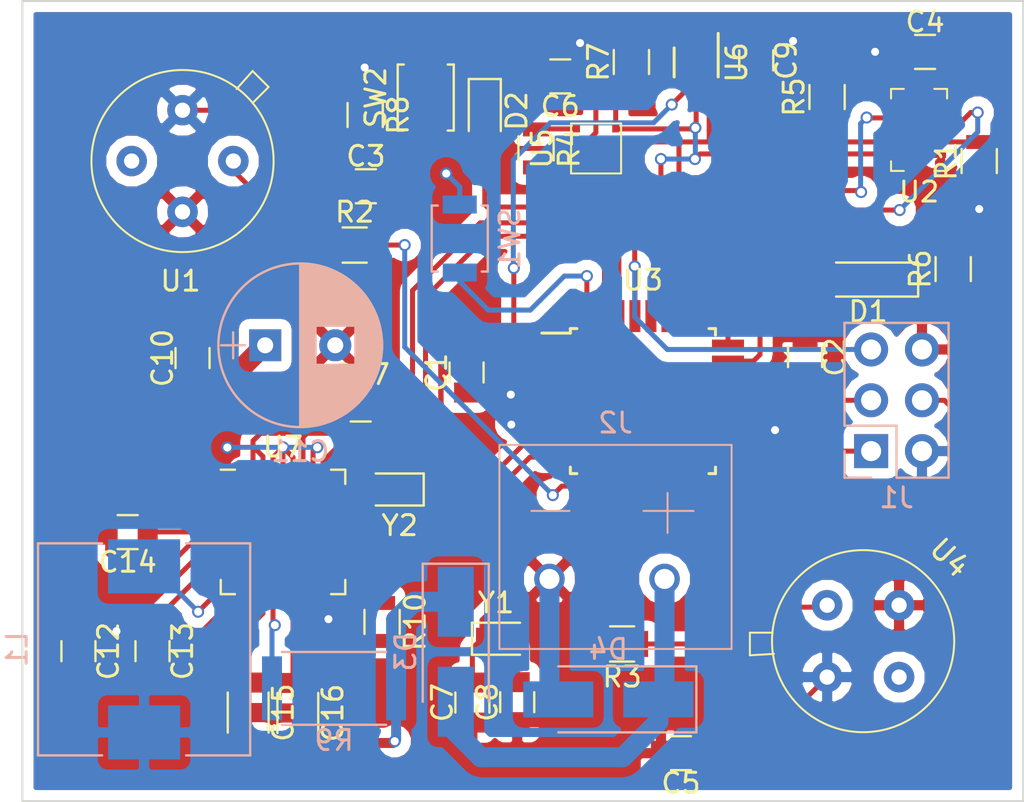
<source format=kicad_pcb>
(kicad_pcb (version 4) (host pcbnew 4.0.7)
  (title_block (title "Room Sensor") (company "Dennis Fleurbaaij"))
  (layers (0 F.Cu signal) (31 B.Cu signal) (34 B.Paste user) (35 F.Paste user) (36 B.SilkS user) (37 F.SilkS user) (38 B.Mask user) (39 F.Mask user) (44 Edge.Cuts user))
  (net 0 "")
  (net 1 +3V3)
  (net 2 GND)
  (net 3 "Net-(C2-Pad2)")
  (net 4 "Net-(C7-Pad2)")
  (net 5 "Net-(C8-Pad2)")
  (net 6 "Net-(C10-Pad1)")
  (net 7 "Net-(C14-Pad1)")
  (net 8 "Net-(C15-Pad1)")
  (net 9 "Net-(C15-Pad2)")
  (net 10 "Net-(C16-Pad1)")
  (net 11 "Net-(D1-Pad2)")
  (net 12 "Net-(D1-Pad1)")
  (net 13 /RST)
  (net 14 "Net-(D3-Pad2)")
  (net 15 /MISO)
  (net 16 /SCK)
  (net 17 /MOSI)
  (net 18 "Net-(L1-Pad1)")
  (net 19 "Net-(R1-Pad2)")
  (net 20 "Net-(R2-Pad1)")
  (net 21 /PD5)
  (net 22 "Net-(R3-Pad1)")
  (net 23 /PD6)
  (net 24 "Net-(R4-Pad1)")
  (net 25 /SDA)
  (net 26 /SCL)
  (net 27 "Net-(R9-Pad1)")
  (net 28 "Net-(SW1-Pad1)")
  (net 29 "Net-(U2-Pad4)")
  (net 30 "Net-(U2-Pad8)")
  (net 31 /PD3)
  (net 32 "Net-(U3-Pad12)")
  (net 33 "Net-(U3-Pad13)")
  (net 34 "Net-(U3-Pad14)")
  (net 35 "Net-(U3-Pad19)")
  (net 36 "Net-(U3-Pad22)")
  (net 37 "Net-(U3-Pad26)")
  (net 38 /RX)
  (net 39 /TX)
  (net 40 "Net-(U7-Pad1)")
  (net 41 "Net-(U7-Pad2)")
  (net 42 "Net-(U7-Pad3)")
  (net 43 "Net-(U7-Pad14)")
  (net 44 "Net-(U7-Pad19)")
  (net 45 "Net-(U7-Pad22)")
  (net 46 "Net-(U7-Pad23)")
  (net 47 "Net-(U7-Pad24)")
  (net 48 "Net-(U7-Pad26)")
  (net 49 "Net-(U7-Pad27)")
  (net 50 "Net-(C17-Pad1)")
  (net 51 "Net-(R10-Pad1)")
  (net 52 /PC2)
  (net 53 /PC1)
  (net 54 "Net-(U3-Pad2)")
  (net 55 "Net-(U3-Pad11)")
  (module Inductors_SMD:L_10.4x10.4_H4.8 (layer B.Cu) (at 155.08 122.41 270)
    (fp_text reference L1 (at 0 6.35 270) (layer B.SilkS) (effects (justify mirror)))
    (fp_text value 220uH)
    (pad 1 smd rect (at -4.15 0 270) (size 2.7 3.6) (layers B.Cu B.Paste B.Mask) (net 18 "Net-(L1-Pad1)"))
    (pad 2 smd rect (at 4.15 0 270) (size 2.7 3.6) (layers B.Cu B.Paste B.Mask) (net 1 +3V3))
  )
  (module Capacitors_THT:CP_Radial_D8.0mm_P3.50mm (layer B.Cu) (at 161.13 107.21)
    (fp_text reference C11 (at 1.75 5.31) (layer B.SilkS) (effects (justify mirror)))
    (fp_text value 330u/35V)
    (pad 1 thru_hole rect (at 0 0) (size 1.6 1.6) (drill 0.8) (layers *.Cu *.Mask) (net 6 "Net-(C10-Pad1)"))
    (pad 2 thru_hole circle (at 3.5 0) (size 1.6 1.6) (drill 0.8) (layers *.Cu *.Mask) (net 2 GND))
  )
  (module RoomSensor:Wago_243_5.75mm_knx (layer B.Cu) (at 178.63 117.29)
    (fp_text reference J2 (at 0 -6.2) (layer B.SilkS) (effects (justify mirror)))
    (fp_text value "KNX conn")
    (pad 1 thru_hole circle (at 2.45 1.6) (size 1.524 1.524) (drill 1) (layers *.Cu *.Mask) (net 14 "Net-(D3-Pad2)"))
    (pad 2 thru_hole circle (at -3.3 1.6) (size 1.524 1.524) (drill 1) (layers *.Cu *.Mask) (net 2 GND))
  )
  (module Housings_DFN_QFN:DFN-6-1EP_2x2mm_Pitch0.65mm (layer F.Cu) (at 182.66 93.07 270)
    (fp_text reference U6 (at 0 -2.025 270) (layer F.SilkS))
    (fp_text value MAX44009)
    (pad 1 smd rect (at -1.05 -0.65 270) (size 0.65 0.35) (layers F.Cu F.Paste F.Mask) (net 1 +3V3))
    (pad 2 smd rect (at -1.05 0 270) (size 0.65 0.35) (layers F.Cu F.Paste F.Mask) (net 2 GND))
    (pad 3 smd rect (at -1.05 0.65 270) (size 0.65 0.35) (layers F.Cu F.Paste F.Mask) (net 2 GND))
    (pad 4 smd rect (at 1.05 0.65 270) (size 0.65 0.35) (layers F.Cu F.Paste F.Mask) (net 31 /PD3))
    (pad 5 smd rect (at 1.05 0 270) (size 0.65 0.35) (layers F.Cu F.Paste F.Mask) (net 26 /SCL))
    (pad 6 smd rect (at 1.05 -0.65 270) (size 0.65 0.35) (layers F.Cu F.Paste F.Mask) (net 25 /SDA))
    (pad 7 smd rect (at 0 0.4 270) (size 1 0.8) (layers F.Cu F.Paste F.Mask))
    (pad 7 smd rect (at 0 -0.4 270) (size 1 0.8) (layers F.Cu F.Paste F.Mask))
  )
  (module Capacitors_SMD:C_0805 (layer F.Cu) (at 185.66 92.97 270)
    (fp_text reference C9 (at 0 -1.5 270) (layer F.SilkS))
    (fp_text value 1uF)
    (pad 1 smd rect (at -1 0 270) (size 1 1.25) (layers F.Cu F.Paste F.Mask) (net 1 +3V3))
    (pad 2 smd rect (at 1 0 270) (size 1 1.25) (layers F.Cu F.Paste F.Mask) (net 2 GND))
  )
  (module Capacitors_SMD:C_0805 (layer F.Cu) (at 171.19 108.57 90)
    (fp_text reference C1 (at 0 -1.5 90) (layer F.SilkS))
    (fp_text value 100nF)
    (pad 1 smd rect (at -1 0 90) (size 1 1.25) (layers F.Cu F.Paste F.Mask) (net 1 +3V3))
    (pad 2 smd rect (at 1 0 90) (size 1 1.25) (layers F.Cu F.Paste F.Mask) (net 2 GND))
  )
  (module Capacitors_SMD:C_0805 (layer F.Cu) (at 188.1 107.8 270)
    (fp_text reference C2 (at 0 -1.5 270) (layer F.SilkS))
    (fp_text value 100nF)
    (pad 1 smd rect (at -1 0 270) (size 1 1.25) (layers F.Cu F.Paste F.Mask) (net 2 GND))
    (pad 2 smd rect (at 1 0 270) (size 1 1.25) (layers F.Cu F.Paste F.Mask) (net 3 "Net-(C2-Pad2)"))
  )
  (module Capacitors_SMD:C_0805 (layer F.Cu) (at 166.16 99.26)
    (fp_text reference C3 (at 0 -1.5) (layer F.SilkS))
    (fp_text value 100nF)
    (pad 1 smd rect (at -1 0) (size 1 1.25) (layers F.Cu F.Paste F.Mask) (net 1 +3V3))
    (pad 2 smd rect (at 1 0) (size 1 1.25) (layers F.Cu F.Paste F.Mask) (net 2 GND))
  )
  (module Capacitors_SMD:C_0805 (layer F.Cu) (at 194.095 92.545)
    (fp_text reference C4 (at 0 -1.5) (layer F.SilkS))
    (fp_text value 4.7uF)
    (pad 1 smd rect (at -1 0) (size 1 1.25) (layers F.Cu F.Paste F.Mask) (net 1 +3V3))
    (pad 2 smd rect (at 1 0) (size 1 1.25) (layers F.Cu F.Paste F.Mask) (net 2 GND))
  )
  (module Capacitors_SMD:C_0805 (layer F.Cu) (at 181.9 127.6 180)
    (fp_text reference C5 (at 0 -1.5 180) (layer F.SilkS))
    (fp_text value 100nF)
    (pad 1 smd rect (at -1 0 180) (size 1 1.25) (layers F.Cu F.Paste F.Mask) (net 1 +3V3))
    (pad 2 smd rect (at 1 0 180) (size 1 1.25) (layers F.Cu F.Paste F.Mask) (net 2 GND))
  )
  (module Capacitors_SMD:C_0805 (layer F.Cu) (at 175.87 93.77 180)
    (fp_text reference C6 (at 0 -1.5 180) (layer F.SilkS))
    (fp_text value 100nF)
    (pad 1 smd rect (at -1 0 180) (size 1 1.25) (layers F.Cu F.Paste F.Mask) (net 1 +3V3))
    (pad 2 smd rect (at 1 0 180) (size 1 1.25) (layers F.Cu F.Paste F.Mask) (net 2 GND))
  )
  (module Capacitors_SMD:C_0805 (layer F.Cu) (at 171.48 125.07 90)
    (fp_text reference C7 (at 0 -1.5 90) (layer F.SilkS))
    (fp_text value 50nF)
    (pad 1 smd rect (at -1 0 90) (size 1 1.25) (layers F.Cu F.Paste F.Mask) (net 2 GND))
    (pad 2 smd rect (at 1 0 90) (size 1 1.25) (layers F.Cu F.Paste F.Mask) (net 4 "Net-(C7-Pad2)"))
  )
  (module Capacitors_SMD:C_0805 (layer F.Cu) (at 173.72 125.05 90)
    (fp_text reference C8 (at 0 -1.5 90) (layer F.SilkS))
    (fp_text value 50nF)
    (pad 1 smd rect (at -1 0 90) (size 1 1.25) (layers F.Cu F.Paste F.Mask) (net 2 GND))
    (pad 2 smd rect (at 1 0 90) (size 1 1.25) (layers F.Cu F.Paste F.Mask) (net 5 "Net-(C8-Pad2)"))
  )
  (module Capacitors_SMD:C_0805 (layer F.Cu) (at 157.5 107.85 90)
    (fp_text reference C10 (at 0 -1.5 90) (layer F.SilkS))
    (fp_text value 10nF)
    (pad 1 smd rect (at -1 0 90) (size 1 1.25) (layers F.Cu F.Paste F.Mask) (net 6 "Net-(C10-Pad1)"))
    (pad 2 smd rect (at 1 0 90) (size 1 1.25) (layers F.Cu F.Paste F.Mask) (net 2 GND))
  )
  (module Capacitors_SMD:C_0805 (layer F.Cu) (at 151.8 122.5 270)
    (fp_text reference C12 (at 0 -1.5 270) (layer F.SilkS))
    (fp_text value 10nF)
    (pad 1 smd rect (at -1 0 270) (size 1 1.25) (layers F.Cu F.Paste F.Mask) (net 1 +3V3))
    (pad 2 smd rect (at 1 0 270) (size 1 1.25) (layers F.Cu F.Paste F.Mask) (net 2 GND))
  )
  (module Capacitors_SMD:C_0805 (layer F.Cu) (at 155.5 122.5 270)
    (fp_text reference C13 (at 0 -1.5 270) (layer F.SilkS))
    (fp_text value 10uF)
    (pad 1 smd rect (at -1 0 270) (size 1 1.25) (layers F.Cu F.Paste F.Mask) (net 1 +3V3))
    (pad 2 smd rect (at 1 0 270) (size 1 1.25) (layers F.Cu F.Paste F.Mask) (net 2 GND))
  )
  (module Capacitors_SMD:C_0805 (layer F.Cu) (at 154.26 116.55 180)
    (fp_text reference C14 (at 0 -1.5 180) (layer F.SilkS))
    (fp_text value 220n)
    (pad 1 smd rect (at -1 0 180) (size 1 1.25) (layers F.Cu F.Paste F.Mask) (net 7 "Net-(C14-Pad1)"))
    (pad 2 smd rect (at 1 0 180) (size 1 1.25) (layers F.Cu F.Paste F.Mask) (net 6 "Net-(C10-Pad1)"))
  )
  (module Capacitors_SMD:C_1206 (layer F.Cu) (at 160.28 125.57 270)
    (fp_text reference C15 (at 0 -1.75 270) (layer F.SilkS))
    (fp_text value 47n/50v)
    (pad 1 smd rect (at -1.5 0 270) (size 1 1.6) (layers F.Cu F.Paste F.Mask) (net 8 "Net-(C15-Pad1)"))
    (pad 2 smd rect (at 1.5 0 270) (size 1 1.6) (layers F.Cu F.Paste F.Mask) (net 9 "Net-(C15-Pad2)"))
  )
  (module Capacitors_SMD:C_1206 (layer F.Cu) (at 162.76 125.59 270)
    (fp_text reference C16 (at 0 -1.75 270) (layer F.SilkS))
    (fp_text value 47n/50v)
    (pad 1 smd rect (at -1.5 0 270) (size 1 1.6) (layers F.Cu F.Paste F.Mask) (net 10 "Net-(C16-Pad1)"))
    (pad 2 smd rect (at 1.5 0 270) (size 1 1.6) (layers F.Cu F.Paste F.Mask) (net 9 "Net-(C15-Pad2)"))
  )
  (module LEDs:LED_1206 (layer F.Cu) (at 191.25 103.925 180)
    (fp_text reference D1 (at 0 -1.6 180) (layer F.SilkS))
    (fp_text value LED)
    (pad 2 smd rect (at 1.65 0) (size 1.5 1.5) (layers F.Cu F.Paste F.Mask) (net 11 "Net-(D1-Pad2)"))
    (pad 1 smd rect (at -1.65 0) (size 1.5 1.5) (layers F.Cu F.Paste F.Mask) (net 12 "Net-(D1-Pad1)"))
  )
  (module Diodes_SMD:D_0805 (layer F.Cu) (at 172.1 95.5 270)
    (fp_text reference D2 (at 0 -1.6 270) (layer F.SilkS))
    (fp_text value 1N4148)
    (pad 1 smd rect (at -1.05 0 270) (size 0.8 0.9) (layers F.Cu F.Paste F.Mask) (net 1 +3V3))
    (pad 2 smd rect (at 1.05 0 270) (size 0.8 0.9) (layers F.Cu F.Paste F.Mask) (net 13 /RST))
  )
  (module Pin_Headers:Pin_Header_Straight_2x03_Pitch2.54mm (layer B.Cu) (at 191.4 112.5)
    (fp_text reference J1 (at 1.27 2.33) (layer B.SilkS) (effects (justify mirror)))
    (fp_text value ICSP)
    (pad 1 thru_hole rect (at 0 0) (size 1.7 1.7) (drill 1) (layers *.Cu *.Mask) (net 15 /MISO))
    (pad 2 thru_hole oval (at 2.54 0) (size 1.7 1.7) (drill 1) (layers *.Cu *.Mask) (net 1 +3V3))
    (pad 3 thru_hole oval (at 0 -2.54) (size 1.7 1.7) (drill 1) (layers *.Cu *.Mask) (net 16 /SCK))
    (pad 4 thru_hole oval (at 2.54 -2.54) (size 1.7 1.7) (drill 1) (layers *.Cu *.Mask) (net 17 /MOSI))
    (pad 5 thru_hole oval (at 0 -5.08) (size 1.7 1.7) (drill 1) (layers *.Cu *.Mask) (net 13 /RST))
    (pad 6 thru_hole oval (at 2.54 -5.08) (size 1.7 1.7) (drill 1) (layers *.Cu *.Mask) (net 2 GND))
  )
  (module Resistors_SMD:R_0805 (layer F.Cu) (at 196.8 98 90)
    (fp_text reference R1 (at 0 -1.65 90) (layer F.SilkS))
    (fp_text value 4.7k)
    (pad 1 smd rect (at -0.95 0 90) (size 0.7 1.3) (layers F.Cu F.Paste F.Mask) (net 1 +3V3))
    (pad 2 smd rect (at 0.95 0 90) (size 0.7 1.3) (layers F.Cu F.Paste F.Mask) (net 19 "Net-(R1-Pad2)"))
  )
  (module Resistors_SMD:R_0805 (layer F.Cu) (at 165.6 102.2)
    (fp_text reference R2 (at 0 -1.65) (layer F.SilkS))
    (fp_text value 10k)
    (pad 1 smd rect (at -0.95 0) (size 0.7 1.3) (layers F.Cu F.Paste F.Mask) (net 20 "Net-(R2-Pad1)"))
    (pad 2 smd rect (at 0.95 0) (size 0.7 1.3) (layers F.Cu F.Paste F.Mask) (net 21 /PD5))
  )
  (module Resistors_SMD:R_0805 (layer F.Cu) (at 178.96 122.14 180)
    (fp_text reference R3 (at 0 -1.65 180) (layer F.SilkS))
    (fp_text value 10k)
    (pad 1 smd rect (at -0.95 0 180) (size 0.7 1.3) (layers F.Cu F.Paste F.Mask) (net 22 "Net-(R3-Pad1)"))
    (pad 2 smd rect (at 0.95 0 180) (size 0.7 1.3) (layers F.Cu F.Paste F.Mask) (net 23 /PD6))
  )
  (module Resistors_SMD:R_0805 (layer F.Cu) (at 174.66 97.37 270)
    (fp_text reference R4 (at 0 -1.65 270) (layer F.SilkS))
    (fp_text value 10k)
    (pad 1 smd rect (at -0.95 0 270) (size 0.7 1.3) (layers F.Cu F.Paste F.Mask) (net 24 "Net-(R4-Pad1)"))
    (pad 2 smd rect (at 0.95 0 270) (size 0.7 1.3) (layers F.Cu F.Paste F.Mask) (net 1 +3V3))
  )
  (module Resistors_SMD:R_0805 (layer F.Cu) (at 189.2 94.8 90)
    (fp_text reference R5 (at 0 -1.65 90) (layer F.SilkS))
    (fp_text value 4.7k)
    (pad 1 smd rect (at -0.95 0 90) (size 0.7 1.3) (layers F.Cu F.Paste F.Mask) (net 25 /SDA))
    (pad 2 smd rect (at 0.95 0 90) (size 0.7 1.3) (layers F.Cu F.Paste F.Mask) (net 1 +3V3))
  )
  (module Resistors_SMD:R_0805 (layer F.Cu) (at 195.5 103.4 90)
    (fp_text reference R6 (at 0 -1.65 90) (layer F.SilkS))
    (fp_text value 330)
    (pad 1 smd rect (at -0.95 0 90) (size 0.7 1.3) (layers F.Cu F.Paste F.Mask) (net 2 GND))
    (pad 2 smd rect (at 0.95 0 90) (size 0.7 1.3) (layers F.Cu F.Paste F.Mask) (net 12 "Net-(D1-Pad1)"))
  )
  (module Resistors_SMD:R_0805 (layer F.Cu) (at 179.425 93.05 90)
    (fp_text reference R7 (at 0 -1.65 90) (layer F.SilkS))
    (fp_text value 4.7k)
    (pad 1 smd rect (at -0.95 0 90) (size 0.7 1.3) (layers F.Cu F.Paste F.Mask) (net 26 /SCL))
    (pad 2 smd rect (at 0.95 0 90) (size 0.7 1.3) (layers F.Cu F.Paste F.Mask) (net 1 +3V3))
  )
  (module Resistors_SMD:R_0805 (layer F.Cu) (at 166.125 95.7 270)
    (fp_text reference R8 (at 0 -1.65 270) (layer F.SilkS))
    (fp_text value 10k)
    (pad 1 smd rect (at -0.95 0 270) (size 0.7 1.3) (layers F.Cu F.Paste F.Mask) (net 1 +3V3))
    (pad 2 smd rect (at 0.95 0 270) (size 0.7 1.3) (layers F.Cu F.Paste F.Mask) (net 13 /RST))
  )
  (module Resistors_SMD:R_2512 (layer B.Cu) (at 164.57 124.36)
    (fp_text reference R9 (at 0 2.6) (layer B.SilkS) (effects (justify mirror)))
    (fp_text value 68/1w)
    (pad 1 smd rect (at -3.1 0) (size 1 3.2) (layers B.Cu B.Paste B.Mask) (net 27 "Net-(R9-Pad1)"))
    (pad 2 smd rect (at 3.1 0) (size 1 3.2) (layers B.Cu B.Paste B.Mask) (net 9 "Net-(C15-Pad2)"))
  )
  (module Buttons_Switches_SMD:SW_SPST_B3U-1000P (layer B.Cu) (at 170.85 101.875 90)
    (fp_text reference SW1 (at 0 2.5 90) (layer B.SilkS) (effects (justify mirror)))
    (fp_text value Signal)
    (pad 1 smd rect (at -1.7 0 90) (size 0.9 1.7) (layers B.Cu B.Paste B.Mask) (net 28 "Net-(SW1-Pad1)"))
    (pad 2 smd rect (at 1.7 0 90) (size 0.9 1.7) (layers B.Cu B.Paste B.Mask) (net 2 GND))
  )
  (module Buttons_Switches_SMD:SW_SPST_B3U-1000P (layer F.Cu) (at 169.15 94.825 90)
    (fp_text reference SW2 (at 0 -2.5 90) (layer F.SilkS))
    (fp_text value Reset)
    (pad 1 smd rect (at -1.7 0 90) (size 0.9 1.7) (layers F.Cu F.Paste F.Mask) (net 13 /RST))
    (pad 2 smd rect (at 1.7 0 90) (size 0.9 1.7) (layers F.Cu F.Paste F.Mask) (net 2 GND))
  )
  (module RoomSensor:AS312 (layer F.Cu) (at 157 98)
    (fp_text reference U1 (at -0.1 6) (layer F.SilkS))
    (fp_text value AS312)
    (pad 3 thru_hole circle (at 0 2.54) (size 1.524 1.524) (drill 0.762) (layers *.Cu *.Mask) (net 2 GND))
    (pad 4 thru_hole circle (at -2.54 0) (size 1.524 1.524) (drill 0.762) (layers *.Cu *.Mask))
    (pad 1 thru_hole circle (at 0 -2.54) (size 1.524 1.524) (drill 0.762) (layers *.Cu *.Mask) (net 1 +3V3))
    (pad 2 thru_hole circle (at 2.54 0) (size 1.524 1.524) (drill 0.762) (layers *.Cu *.Mask) (net 20 "Net-(R2-Pad1)"))
  )
  (module Housings_LGA:AMS_LGA-10-1EP_2.7x4mm_Pitch0.6mm (layer F.Cu) (at 193.795 96.445 180)
    (fp_text reference U2 (at 0 -3.1 180) (layer F.SilkS))
    (fp_text value CCS811)
    (pad 11 smd trapezoid (at 0 -1.1 180) (size 1 0.3) (rect_delta 0 0.3) (layers F.Cu F.Paste F.Mask) (net 2 GND))
    (pad 11 smd rect (at 0.15 -1.1 180) (size 1 0.3) (layers F.Cu F.Paste F.Mask) (net 2 GND))
    (pad 11 smd rect (at 0 0.15 180) (size 1.3 2.2) (layers F.Cu F.Paste F.Mask) (net 2 GND))
    (pad 6 smd rect (at 1.05 1.2 180) (size 0.6 0.4) (layers F.Cu F.Paste F.Mask) (net 1 +3V3))
    (pad 7 smd rect (at 1.05 0.6 180) (size 0.6 0.4) (layers F.Cu F.Paste F.Mask) (net 52 /PC2))
    (pad 10 smd rect (at 1.05 -1.2 180) (size 0.6 0.4) (layers F.Cu F.Paste F.Mask) (net 26 /SCL))
    (pad 9 smd rect (at 1.05 -0.6 180) (size 0.6 0.4) (layers F.Cu F.Paste F.Mask) (net 25 /SDA))
    (pad 5 smd rect (at -1.05 1.2 180) (size 0.6 0.4) (layers F.Cu F.Paste F.Mask) (net 29 "Net-(U2-Pad4)"))
    (pad 1 smd rect (at -1.05 -1.2 180) (size 0.6 0.4) (layers F.Cu F.Paste F.Mask) (net 2 GND))
    (pad 2 smd rect (at -1.05 -0.6 180) (size 0.6 0.4) (layers F.Cu F.Paste F.Mask) (net 19 "Net-(R1-Pad2)"))
    (pad 3 smd rect (at -1.05 0 180) (size 0.6 0.4) (layers F.Cu F.Paste F.Mask) (net 53 /PC1))
    (pad 4 smd rect (at -1.05 0.6 180) (size 0.6 0.4) (layers F.Cu F.Paste F.Mask) (net 29 "Net-(U2-Pad4)"))
    (pad 8 smd rect (at 1.05 0 180) (size 0.6 0.4) (layers F.Cu F.Paste F.Mask) (net 30 "Net-(U2-Pad8)"))
  )
  (module Housings_QFP:TQFP-32_7x7mm_Pitch0.8mm (layer F.Cu) (at 180 110)
    (fp_text reference U3 (at 0 -6.05) (layer F.SilkS))
    (fp_text value ATMEGA328P-AU)
    (pad 1 smd rect (at -4.25 -2.8) (size 1.6 0.55) (layers F.Cu F.Paste F.Mask) (net 31 /PD3))
    (pad 2 smd rect (at -4.25 -2) (size 1.6 0.55) (layers F.Cu F.Paste F.Mask) (net 54 "Net-(U3-Pad2)"))
    (pad 3 smd rect (at -4.25 -1.2) (size 1.6 0.55) (layers F.Cu F.Paste F.Mask) (net 2 GND))
    (pad 4 smd rect (at -4.25 -0.4) (size 1.6 0.55) (layers F.Cu F.Paste F.Mask) (net 1 +3V3))
    (pad 5 smd rect (at -4.25 0.4) (size 1.6 0.55) (layers F.Cu F.Paste F.Mask) (net 2 GND))
    (pad 6 smd rect (at -4.25 1.2) (size 1.6 0.55) (layers F.Cu F.Paste F.Mask) (net 1 +3V3))
    (pad 7 smd rect (at -4.25 2) (size 1.6 0.55) (layers F.Cu F.Paste F.Mask) (net 4 "Net-(C7-Pad2)"))
    (pad 8 smd rect (at -4.25 2.8) (size 1.6 0.55) (layers F.Cu F.Paste F.Mask) (net 5 "Net-(C8-Pad2)"))
    (pad 9 smd rect (at -2.8 4.25 90) (size 1.6 0.55) (layers F.Cu F.Paste F.Mask) (net 21 /PD5))
    (pad 10 smd rect (at -2 4.25 90) (size 1.6 0.55) (layers F.Cu F.Paste F.Mask) (net 23 /PD6))
    (pad 11 smd rect (at -1.2 4.25 90) (size 1.6 0.55) (layers F.Cu F.Paste F.Mask) (net 55 "Net-(U3-Pad11)"))
    (pad 12 smd rect (at -0.4 4.25 90) (size 1.6 0.55) (layers F.Cu F.Paste F.Mask) (net 32 "Net-(U3-Pad12)"))
    (pad 13 smd rect (at 0.4 4.25 90) (size 1.6 0.55) (layers F.Cu F.Paste F.Mask) (net 33 "Net-(U3-Pad13)"))
    (pad 14 smd rect (at 1.2 4.25 90) (size 1.6 0.55) (layers F.Cu F.Paste F.Mask) (net 34 "Net-(U3-Pad14)"))
    (pad 15 smd rect (at 2 4.25 90) (size 1.6 0.55) (layers F.Cu F.Paste F.Mask) (net 17 /MOSI))
    (pad 16 smd rect (at 2.8 4.25 90) (size 1.6 0.55) (layers F.Cu F.Paste F.Mask) (net 15 /MISO))
    (pad 17 smd rect (at 4.25 2.8) (size 1.6 0.55) (layers F.Cu F.Paste F.Mask) (net 16 /SCK))
    (pad 18 smd rect (at 4.25 2) (size 1.6 0.55) (layers F.Cu F.Paste F.Mask) (net 1 +3V3))
    (pad 19 smd rect (at 4.25 1.2) (size 1.6 0.55) (layers F.Cu F.Paste F.Mask) (net 35 "Net-(U3-Pad19)"))
    (pad 20 smd rect (at 4.25 0.4) (size 1.6 0.55) (layers F.Cu F.Paste F.Mask) (net 3 "Net-(C2-Pad2)"))
    (pad 21 smd rect (at 4.25 -0.4) (size 1.6 0.55) (layers F.Cu F.Paste F.Mask) (net 2 GND))
    (pad 22 smd rect (at 4.25 -1.2) (size 1.6 0.55) (layers F.Cu F.Paste F.Mask) (net 36 "Net-(U3-Pad22)"))
    (pad 23 smd rect (at 4.25 -2) (size 1.6 0.55) (layers F.Cu F.Paste F.Mask) (net 11 "Net-(D1-Pad2)"))
    (pad 24 smd rect (at 4.25 -2.8) (size 1.6 0.55) (layers F.Cu F.Paste F.Mask) (net 53 /PC1))
    (pad 25 smd rect (at 2.8 -4.25 90) (size 1.6 0.55) (layers F.Cu F.Paste F.Mask) (net 52 /PC2))
    (pad 26 smd rect (at 2 -4.25 90) (size 1.6 0.55) (layers F.Cu F.Paste F.Mask) (net 37 "Net-(U3-Pad26)"))
    (pad 27 smd rect (at 1.2 -4.25 90) (size 1.6 0.55) (layers F.Cu F.Paste F.Mask) (net 25 /SDA))
    (pad 28 smd rect (at 0.4 -4.25 90) (size 1.6 0.55) (layers F.Cu F.Paste F.Mask) (net 26 /SCL))
    (pad 29 smd rect (at -0.4 -4.25 90) (size 1.6 0.55) (layers F.Cu F.Paste F.Mask) (net 13 /RST))
    (pad 30 smd rect (at -1.2 -4.25 90) (size 1.6 0.55) (layers F.Cu F.Paste F.Mask) (net 38 /RX))
    (pad 31 smd rect (at -2 -4.25 90) (size 1.6 0.55) (layers F.Cu F.Paste F.Mask) (net 39 /TX))
    (pad 32 smd rect (at -2.8 -4.25 90) (size 1.6 0.55) (layers F.Cu F.Paste F.Mask) (net 28 "Net-(SW1-Pad1)"))
  )
  (module RoomSensor:AS312 (layer F.Cu) (at 191 122 135)
    (fp_text reference U4 (at -0.1 6 135) (layer F.SilkS))
    (fp_text value AS312)
    (pad 3 thru_hole circle (at 0 2.54 135) (size 1.524 1.524) (drill 0.762) (layers *.Cu *.Mask) (net 2 GND))
    (pad 4 thru_hole circle (at -2.54 0 135) (size 1.524 1.524) (drill 0.762) (layers *.Cu *.Mask))
    (pad 1 thru_hole circle (at 0 -2.54 135) (size 1.524 1.524) (drill 0.762) (layers *.Cu *.Mask) (net 1 +3V3))
    (pad 2 thru_hole circle (at 2.54 0 135) (size 1.524 1.524) (drill 0.762) (layers *.Cu *.Mask) (net 22 "Net-(R3-Pad1)"))
  )
  (module RoomSensor:LGA_3.50_3.50 (layer F.Cu) (at 177.66 97.37 270)
    (fp_text reference U5 (at 0 2.7 270) (layer F.SilkS))
    (fp_text value BME280)
    (pad 5 smd rect (at -0.975 0.98 270) (size 0.35 0.35) (layers F.Cu F.Paste F.Mask) (net 24 "Net-(R4-Pad1)"))
    (pad 6 smd rect (at -0.325 0.98 270) (size 0.35 0.35) (layers F.Cu F.Paste F.Mask) (net 1 +3V3))
    (pad 7 smd rect (at 0.325 0.98 270) (size 0.35 0.35) (layers F.Cu F.Paste F.Mask) (net 2 GND))
    (pad 8 smd rect (at 0.975 0.98 270) (size 0.35 0.35) (layers F.Cu F.Paste F.Mask) (net 1 +3V3))
    (pad 4 smd rect (at -0.975 -0.98 270) (size 0.35 0.35) (layers F.Cu F.Paste F.Mask) (net 26 /SCL))
    (pad 3 smd rect (at -0.325 -0.98 270) (size 0.35 0.35) (layers F.Cu F.Paste F.Mask) (net 25 /SDA))
    (pad 2 smd rect (at 0.325 -0.98 270) (size 0.35 0.35) (layers F.Cu F.Paste F.Mask) (net 1 +3V3))
    (pad 1 smd rect (at 0.975 -0.98 270) (size 0.35 0.35) (layers F.Cu F.Paste F.Mask) (net 2 GND))
  )
  (module Housings_DFN_QFN:QFN-36-1EP_6x6mm_Pitch0.5mm (layer F.Cu) (at 162.02 116.54)
    (fp_text reference U7 (at 0 -4.25) (layer F.SilkS))
    (fp_text value KNXEIBTPUART2)
    (pad 1 smd rect (at -2.775 -2) (size 0.9 0.28) (layers F.Cu F.Paste F.Mask) (net 40 "Net-(U7-Pad1)"))
    (pad 2 smd rect (at -2.775 -1.5) (size 0.9 0.28) (layers F.Cu F.Paste F.Mask) (net 41 "Net-(U7-Pad2)"))
    (pad 3 smd rect (at -2.775 -1) (size 0.9 0.28) (layers F.Cu F.Paste F.Mask) (net 42 "Net-(U7-Pad3)"))
    (pad 4 smd rect (at -2.775 -0.5) (size 0.9 0.28) (layers F.Cu F.Paste F.Mask) (net 6 "Net-(C10-Pad1)"))
    (pad 5 smd rect (at -2.775 0) (size 0.9 0.28) (layers F.Cu F.Paste F.Mask) (net 7 "Net-(C14-Pad1)"))
    (pad 6 smd rect (at -2.775 0.5) (size 0.9 0.28) (layers F.Cu F.Paste F.Mask) (net 6 "Net-(C10-Pad1)"))
    (pad 7 smd rect (at -2.775 1) (size 0.9 0.28) (layers F.Cu F.Paste F.Mask) (net 2 GND))
    (pad 8 smd rect (at -2.775 1.5) (size 0.9 0.28) (layers F.Cu F.Paste F.Mask) (net 1 +3V3))
    (pad 9 smd rect (at -2.775 2) (size 0.9 0.28) (layers F.Cu F.Paste F.Mask) (net 18 "Net-(L1-Pad1)"))
    (pad 10 smd rect (at -2 2.775 90) (size 0.9 0.28) (layers F.Cu F.Paste F.Mask) (net 2 GND))
    (pad 11 smd rect (at -1.5 2.775 90) (size 0.9 0.28) (layers F.Cu F.Paste F.Mask) (net 9 "Net-(C15-Pad2)"))
    (pad 12 smd rect (at -1 2.775 90) (size 0.9 0.28) (layers F.Cu F.Paste F.Mask) (net 8 "Net-(C15-Pad1)"))
    (pad 13 smd rect (at -0.5 2.775 90) (size 0.9 0.28) (layers F.Cu F.Paste F.Mask) (net 27 "Net-(R9-Pad1)"))
    (pad 14 smd rect (at 0 2.775 90) (size 0.9 0.28) (layers F.Cu F.Paste F.Mask) (net 43 "Net-(U7-Pad14)"))
    (pad 15 smd rect (at 0.5 2.775 90) (size 0.9 0.28) (layers F.Cu F.Paste F.Mask) (net 10 "Net-(C16-Pad1)"))
    (pad 16 smd rect (at 1 2.775 90) (size 0.9 0.28) (layers F.Cu F.Paste F.Mask) (net 2 GND))
    (pad 17 smd rect (at 1.5 2.775 90) (size 0.9 0.28) (layers F.Cu F.Paste F.Mask) (net 1 +3V3))
    (pad 18 smd rect (at 2 2.775 90) (size 0.9 0.28) (layers F.Cu F.Paste F.Mask) (net 51 "Net-(R10-Pad1)"))
    (pad 19 smd rect (at 2.775 2) (size 0.9 0.28) (layers F.Cu F.Paste F.Mask) (net 44 "Net-(U7-Pad19)"))
    (pad 20 smd rect (at 2.775 1.5) (size 0.9 0.28) (layers F.Cu F.Paste F.Mask) (net 39 /TX))
    (pad 21 smd rect (at 2.775 1) (size 0.9 0.28) (layers F.Cu F.Paste F.Mask) (net 38 /RX))
    (pad 22 smd rect (at 2.775 0.5) (size 0.9 0.28) (layers F.Cu F.Paste F.Mask) (net 45 "Net-(U7-Pad22)"))
    (pad 23 smd rect (at 2.775 0) (size 0.9 0.28) (layers F.Cu F.Paste F.Mask) (net 46 "Net-(U7-Pad23)"))
    (pad 24 smd rect (at 2.775 -0.5) (size 0.9 0.28) (layers F.Cu F.Paste F.Mask) (net 47 "Net-(U7-Pad24)"))
    (pad 25 smd rect (at 2.775 -1) (size 0.9 0.28) (layers F.Cu F.Paste F.Mask) (net 50 "Net-(C17-Pad1)"))
    (pad 26 smd rect (at 2.775 -1.5) (size 0.9 0.28) (layers F.Cu F.Paste F.Mask) (net 48 "Net-(U7-Pad26)"))
    (pad 27 smd rect (at 2.775 -2) (size 0.9 0.28) (layers F.Cu F.Paste F.Mask) (net 49 "Net-(U7-Pad27)"))
    (pad 28 smd rect (at 2 -2.775 90) (size 0.9 0.28) (layers F.Cu F.Paste F.Mask) (net 50 "Net-(C17-Pad1)"))
    (pad 29 smd rect (at 1.5 -2.775 90) (size 0.9 0.28) (layers F.Cu F.Paste F.Mask) (net 2 GND))
    (pad 30 smd rect (at 1 -2.775 90) (size 0.9 0.28) (layers F.Cu F.Paste F.Mask) (net 50 "Net-(C17-Pad1)"))
    (pad 31 smd rect (at 0.5 -2.775 90) (size 0.9 0.28) (layers F.Cu F.Paste F.Mask) (net 2 GND))
    (pad 32 smd rect (at 0 -2.775 90) (size 0.9 0.28) (layers F.Cu F.Paste F.Mask) (net 2 GND))
    (pad 33 smd rect (at -0.5 -2.775 90) (size 0.9 0.28) (layers F.Cu F.Paste F.Mask) (net 2 GND))
    (pad 34 smd rect (at -1 -2.775 90) (size 0.9 0.28) (layers F.Cu F.Paste F.Mask) (net 50 "Net-(C17-Pad1)"))
    (pad 35 smd rect (at -1.5 -2.775 90) (size 0.9 0.28) (layers F.Cu F.Paste F.Mask) (net 50 "Net-(C17-Pad1)"))
    (pad 36 smd rect (at -2 -2.775 90) (size 0.9 0.28) (layers F.Cu F.Paste F.Mask) (net 2 GND))
    (pad 37 smd rect (at 0 0) (size 3.7 3.7) (layers F.Cu F.Mask))
  )
  (module Crystals:Crystal_SMD_2012-2pin_2.0x1.2mm (layer F.Cu) (at 172.66 121.88)
    (fp_text reference Y1 (at 0 -1.8) (layer F.SilkS))
    (fp_text value PBRC8.00mr50x000)
    (pad 1 smd rect (at -0.7 0) (size 0.6 1.1) (layers F.Cu F.Paste F.Mask) (net 4 "Net-(C7-Pad2)"))
    (pad 2 smd rect (at 0.7 0) (size 0.6 1.1) (layers F.Cu F.Paste F.Mask) (net 5 "Net-(C8-Pad2)"))
  )
  (module Crystals:Crystal_SMD_2012-2pin_2.0x1.2mm (layer F.Cu) (at 167.85 114.42 180)
    (fp_text reference Y2 (at 0 -1.8 180) (layer F.SilkS))
    (fp_text value 4,915MHz)
    (pad 1 smd rect (at -0.7 0 180) (size 0.6 1.1) (layers F.Cu F.Paste F.Mask) (net 46 "Net-(U7-Pad23)"))
    (pad 2 smd rect (at 0.7 0 180) (size 0.6 1.1) (layers F.Cu F.Paste F.Mask) (net 47 "Net-(U7-Pad24)"))
  )
  (module Capacitors_SMD:C_0805 (layer F.Cu) (at 165.9 110.17)
    (fp_text reference C17 (at 0 -1.5) (layer F.SilkS))
    (fp_text value 220n)
    (pad 1 smd rect (at -1 0) (size 1 1.25) (layers F.Cu F.Paste F.Mask) (net 50 "Net-(C17-Pad1)"))
    (pad 2 smd rect (at 1 0) (size 1 1.25) (layers F.Cu F.Paste F.Mask) (net 2 GND))
  )
  (module Resistors_SMD:R_0805 (layer F.Cu) (at 166.97 121.04 270)
    (fp_text reference R10 (at 0 -1.65 270) (layer F.SilkS))
    (fp_text value 10k)
    (pad 1 smd rect (at -0.95 0 270) (size 0.7 1.3) (layers F.Cu F.Paste F.Mask) (net 51 "Net-(R10-Pad1)"))
    (pad 2 smd rect (at 0.95 0 270) (size 0.7 1.3) (layers F.Cu F.Paste F.Mask) (net 1 +3V3))
  )
  (module Diodes_SMD:D_SMA_Handsoldering (layer B.Cu) (at 170.65 122.53 270)
    (fp_text reference D3 (at 0 2.5 270) (layer B.SilkS) (effects (justify mirror)))
    (fp_text value "US1M (BYG21M orig)")
    (pad 1 smd rect (at -2.5 0 270) (size 3.5 1.8) (layers B.Cu B.Paste B.Mask) (net 9 "Net-(C15-Pad2)"))
    (pad 2 smd rect (at 2.5 0 270) (size 3.5 1.8) (layers B.Cu B.Paste B.Mask) (net 14 "Net-(D3-Pad2)"))
  )
  (module Diodes_SMD:D_SMA_Handsoldering (layer B.Cu) (at 178.27 124.91 180)
    (fp_text reference D4 (at 0 2.5 180) (layer B.SilkS) (effects (justify mirror)))
    (fp_text value SMAJ43CA)
    (pad 1 smd rect (at -2.5 0 180) (size 3.5 1.8) (layers B.Cu B.Paste B.Mask) (net 14 "Net-(D3-Pad2)"))
    (pad 2 smd rect (at 2.5 0 180) (size 3.5 1.8) (layers B.Cu B.Paste B.Mask) (net 2 GND))
  )
  (gr_line (start 199 130) (end 149 130) (angle 90) (layer Edge.Cuts) (width 0.1))
  (gr_line (start 199 90) (end 199 130) (angle 90) (layer Edge.Cuts) (width 0.1))
  (gr_line (start 149 90) (end 199 90) (angle 90) (layer Edge.Cuts) (width 0.1))
  (gr_line (start 149 130) (end 149 90) (angle 90) (layer Edge.Cuts) (width 0.1))
  (segment (start 155.5 121.5) (end 153.7 121.5) (width 0.25) (layer F.Cu) (net 1))
  (via (at 153.7 121.5) (size 0.6) (drill 0.4) (layers F.Cu B.Cu) (net 1))
  (segment (start 153.7 121.5) (end 151.8 121.5) (width 0.25) (layer F.Cu) (net 1))
  (segment (start 155.4 121.4) (end 155.5 121.5) (width 0.25) (layer F.Cu) (net 1))
  (segment (start 155.5 121.5) (end 155.5 121.1) (width 0.25) (layer F.Cu) (net 1))
  (segment (start 155.5 121.1) (end 158.56 118.04) (width 0.25) (layer F.Cu) (net 1))
  (segment (start 158.56 118.04) (end 159.245 118.04) (width 0.25) (layer F.Cu) (net 1))
  (segment (start 182.9 127.6) (end 185.4 127.6) (width 0.25) (layer F.Cu) (net 1))
  (segment (start 185.4 127.6) (end 189.203949 123.796051) (width 0.25) (layer F.Cu) (net 1))
  (segment (start 171.19 109.57) (end 173.295 109.57) (width 0.25) (layer F.Cu) (net 1))
  (segment (start 173.475 109.6) (end 175.75 109.6) (width 0.25) (layer F.Cu) (net 1))
  (via (at 173.4 109.675) (size 0.6) (drill 0.4) (layers F.Cu B.Cu) (net 1))
  (segment (start 173.475 109.6) (end 173.4 109.675) (width 0.25) (layer F.Cu) (net 1))
  (segment (start 173.295 109.57) (end 173.4 109.675) (width 0.25) (layer F.Cu) (net 1))
  (segment (start 176.87 93.77) (end 176.87 94.28) (width 0.25) (layer F.Cu) (net 1))
  (segment (start 176.87 94.28) (end 177.65 95.06) (width 0.25) (layer F.Cu) (net 1))
  (segment (start 177.65 96.58) (end 177.185 97.045) (width 0.25) (layer F.Cu) (net 1))
  (segment (start 177.65 95.06) (end 177.65 96.58) (width 0.25) (layer F.Cu) (net 1))
  (segment (start 179.425 92.1) (end 176.86 92.1) (width 0.25) (layer F.Cu) (net 1))
  (segment (start 176.87 92.11) (end 176.86 92.1) (width 0.25) (layer F.Cu) (net 1))
  (via (at 176.86 92.1) (size 0.6) (drill 0.4) (layers F.Cu B.Cu) (net 1))
  (segment (start 176.87 92.11) (end 176.87 93.77) (width 0.25) (layer F.Cu) (net 1))
  (segment (start 166.97 121.99) (end 165.38 121.99) (width 0.25) (layer F.Cu) (net 1))
  (segment (start 163.52 120.13) (end 164.29 120.9) (width 0.25) (layer F.Cu) (net 1))
  (via (at 164.29 120.9) (size 0.6) (drill 0.4) (layers F.Cu B.Cu) (net 1))
  (segment (start 163.52 120.13) (end 163.52 119.315) (width 0.25) (layer F.Cu) (net 1))
  (segment (start 165.38 121.99) (end 164.29 120.9) (width 0.25) (layer F.Cu) (net 1))
  (segment (start 157 95.46) (end 161.46 95.46) (width 0.25) (layer F.Cu) (net 1))
  (segment (start 163.7 99.26) (end 165.16 99.26) (width 0.25) (layer F.Cu) (net 1))
  (segment (start 162.8 98.36) (end 163.7 99.26) (width 0.25) (layer F.Cu) (net 1))
  (segment (start 162.8 96.8) (end 162.8 98.36) (width 0.25) (layer F.Cu) (net 1))
  (segment (start 161.46 95.46) (end 162.8 96.8) (width 0.25) (layer F.Cu) (net 1))
  (segment (start 175.75 111.2) (end 173.45 111.2) (width 0.25) (layer F.Cu) (net 1))
  (via (at 173.425 111.175) (size 0.6) (drill 0.4) (layers F.Cu B.Cu) (net 1))
  (segment (start 173.45 111.2) (end 173.425 111.175) (width 0.25) (layer F.Cu) (net 1))
  (segment (start 166.125 94.75) (end 166.125 93.35) (width 0.25) (layer F.Cu) (net 1))
  (via (at 166.1 93.325) (size 0.6) (drill 0.4) (layers F.Cu B.Cu) (net 1))
  (segment (start 166.125 93.35) (end 166.1 93.325) (width 0.25) (layer F.Cu) (net 1))
  (segment (start 166.125 94.75) (end 171.8 94.75) (width 0.25) (layer F.Cu) (net 1))
  (segment (start 171.8 94.75) (end 172.1 94.45) (width 0.25) (layer F.Cu) (net 1))
  (segment (start 184.25 112) (end 186.05 112) (width 0.25) (layer F.Cu) (net 1))
  (via (at 186.6 111.45) (size 0.6) (drill 0.4) (layers F.Cu B.Cu) (net 1))
  (segment (start 186.05 112) (end 186.6 111.45) (width 0.25) (layer F.Cu) (net 1))
  (segment (start 185.66 91.97) (end 187.47 91.97) (width 0.25) (layer F.Cu) (net 1))
  (via (at 187.5 92) (size 0.6) (drill 0.4) (layers F.Cu B.Cu) (net 1))
  (segment (start 187.47 91.97) (end 187.5 92) (width 0.25) (layer F.Cu) (net 1))
  (segment (start 191.6 92.54) (end 190.51 92.54) (width 0.25) (layer F.Cu) (net 1))
  (segment (start 191.605 92.545) (end 191.6 92.54) (width 0.25) (layer F.Cu) (net 1))
  (via (at 191.6 92.54) (size 0.6) (drill 0.4) (layers F.Cu B.Cu) (net 1))
  (segment (start 193.095 92.545) (end 191.605 92.545) (width 0.25) (layer F.Cu) (net 1))
  (segment (start 190.51 92.54) (end 189.2 93.85) (width 0.25) (layer F.Cu) (net 1))
  (segment (start 196.8 98.95) (end 196.8 100.4) (width 0.25) (layer F.Cu) (net 1))
  (via (at 196.8 100.4) (size 0.6) (drill 0.4) (layers F.Cu B.Cu) (net 1))
  (segment (start 192.745 95.245) (end 192.745 92.895) (width 0.25) (layer F.Cu) (net 1))
  (segment (start 192.745 92.895) (end 193.095 92.545) (width 0.25) (layer F.Cu) (net 1))
  (segment (start 183.31 92.02) (end 185.61 92.02) (width 0.25) (layer F.Cu) (net 1))
  (segment (start 185.61 92.02) (end 185.66 91.97) (width 0.25) (layer F.Cu) (net 1))
  (segment (start 185.61 92.32) (end 185.66 92.37) (width 0.25) (layer F.Cu) (net 1))
  (segment (start 176.68 97.045) (end 177.185 97.045) (width 0.25) (layer F.Cu) (net 1))
  (segment (start 177.185 97.045) (end 177.835 97.695) (width 0.25) (layer F.Cu) (net 1))
  (segment (start 174.71 98.32) (end 174.66 98.32) (width 0.25) (layer F.Cu) (net 1))
  (segment (start 176.68 98.345) (end 177.185 98.345) (width 0.25) (layer F.Cu) (net 1))
  (segment (start 177.835 97.695) (end 178.64 97.695) (width 0.25) (layer F.Cu) (net 1))
  (segment (start 177.185 98.345) (end 177.835 97.695) (width 0.25) (layer F.Cu) (net 1))
  (segment (start 174.66 98.32) (end 176.655 98.32) (width 0.25) (layer F.Cu) (net 1))
  (segment (start 176.655 98.32) (end 176.68 98.345) (width 0.25) (layer F.Cu) (net 1))
  (segment (start 176.66 98.365) (end 176.68 98.345) (width 0.25) (layer F.Cu) (net 1))
  (segment (start 170.85 100.175) (end 170.85 99.3) (width 0.25) (layer B.Cu) (net 2))
  (via (at 170.175 98.625) (size 0.6) (drill 0.4) (layers F.Cu B.Cu) (net 2))
  (segment (start 170.85 99.3) (end 170.175 98.625) (width 0.25) (layer B.Cu) (net 2))
  (segment (start 175.75 108.8) (end 172.6 108.8) (width 0.25) (layer F.Cu) (net 2))
  (segment (start 152.66 123.16) (end 155.53 123.16) (width 0.25) (layer F.Cu) (net 2))
  (segment (start 155.53 123.16) (end 155.55 123.14) (width 0.25) (layer F.Cu) (net 2))
  (segment (start 175.33 118.89) (end 175.33 124.47) (width 1) (layer B.Cu) (net 2))
  (segment (start 175.33 124.47) (end 175.77 124.91) (width 1) (layer B.Cu) (net 2))
  (segment (start 175.75 110.4) (end 172.65 110.4) (width 0.25) (layer F.Cu) (net 2))
  (segment (start 172.65 110.4) (end 172.64 110.41) (width 0.25) (layer F.Cu) (net 2))
  (segment (start 175.33 124.47) (end 175.77 124.91) (width 0.25) (layer B.Cu) (net 2))
  (segment (start 160.02 119.315) (end 160.02 119.46) (width 0.25) (layer F.Cu) (net 2))
  (segment (start 160.02 119.46) (end 157.33 122.15) (width 0.25) (layer F.Cu) (net 2))
  (segment (start 159.245 117.54) (end 157.98 117.54) (width 0.25) (layer F.Cu) (net 2))
  (segment (start 157.98 117.54) (end 156.36 119.16) (width 0.25) (layer F.Cu) (net 2))
  (segment (start 160.02 113.765) (end 159.615 113.765) (width 0.25) (layer F.Cu) (net 2))
  (segment (start 159.25 112.31) (end 159.24 112.32) (width 0.25) (layer B.Cu) (net 2))
  (via (at 159.24 112.32) (size 0.6) (drill 0.4) (layers F.Cu B.Cu) (net 2))
  (segment (start 159.25 112.31) (end 162.02 112.31) (width 0.25) (layer B.Cu) (net 2))
  (segment (start 159.24 113.39) (end 159.24 112.32) (width 0.25) (layer F.Cu) (net 2))
  (segment (start 159.615 113.765) (end 159.24 113.39) (width 0.25) (layer F.Cu) (net 2))
  (segment (start 162.52 113.765) (end 162.52 112.81) (width 0.25) (layer F.Cu) (net 2))
  (segment (start 162.52 112.81) (end 162.02 112.31) (width 0.25) (layer F.Cu) (net 2))
  (segment (start 162.02 113.765) (end 162.02 112.31) (width 0.25) (layer F.Cu) (net 2))
  (segment (start 161.52 113.765) (end 161.52 112.81) (width 0.25) (layer F.Cu) (net 2))
  (segment (start 161.52 112.81) (end 162.02 112.31) (width 0.25) (layer F.Cu) (net 2))
  (segment (start 163.52 112.52) (end 163.73 112.31) (width 0.25) (layer F.Cu) (net 2))
  (via (at 163.73 112.31) (size 0.6) (drill 0.4) (layers F.Cu B.Cu) (net 2))
  (segment (start 163.73 112.31) (end 162.02 112.31) (width 0.25) (layer B.Cu) (net 2))
  (via (at 162.02 112.31) (size 0.6) (drill 0.4) (layers F.Cu B.Cu) (net 2))
  (segment (start 163.52 112.52) (end 163.52 113.765) (width 0.25) (layer F.Cu) (net 2))
  (segment (start 163.02 119.315) (end 163.02 120.62) (width 0.25) (layer F.Cu) (net 2))
  (segment (start 163.02 120.62) (end 164.55 122.15) (width 0.25) (layer F.Cu) (net 2))
  (segment (start 174.575 94.45) (end 174.675 94.35) (width 0.25) (layer F.Cu) (net 2))
  (segment (start 184.25 109.6) (end 185.9 109.6) (width 0.25) (layer F.Cu) (net 2))
  (segment (start 185.9 109.6) (end 186 109.5) (width 0.25) (layer F.Cu) (net 2))
  (segment (start 194.845 97.645) (end 193.895 97.645) (width 0.25) (layer F.Cu) (net 2))
  (segment (start 193.895 97.645) (end 193.795 97.545) (width 0.25) (layer F.Cu) (net 2))
  (segment (start 194.845 97.645) (end 194.845 98.695) (width 0.25) (layer F.Cu) (net 2))
  (segment (start 194.845 98.695) (end 194.795 98.745) (width 0.25) (layer F.Cu) (net 2))
  (segment (start 193.795 96.295) (end 193.795 98.745) (width 0.25) (layer F.Cu) (net 2))
  (segment (start 182.01 92.02) (end 181.01 92.02) (width 0.25) (layer F.Cu) (net 2))
  (segment (start 181.01 92.02) (end 180.96 91.97) (width 0.25) (layer F.Cu) (net 2))
  (segment (start 182.66 92.02) (end 182.01 92.02) (width 0.25) (layer F.Cu) (net 2))
  (segment (start 178.64 98.345) (end 179.635 98.345) (width 0.25) (layer F.Cu) (net 2))
  (segment (start 179.635 98.345) (end 179.66 98.37) (width 0.25) (layer F.Cu) (net 2))
  (segment (start 176.68 97.695) (end 175.985 97.695) (width 0.25) (layer F.Cu) (net 2))
  (segment (start 175.66 97.37) (end 173.66 97.37) (width 0.25) (layer F.Cu) (net 2))
  (segment (start 175.985 97.695) (end 175.66 97.37) (width 0.25) (layer F.Cu) (net 2))
  (segment (start 178.66 98.365) (end 178.64 98.345) (width 0.25) (layer F.Cu) (net 2))
  (segment (start 184.25 110.4) (end 187.1 110.4) (width 0.25) (layer F.Cu) (net 3))
  (segment (start 188.1 109.4) (end 188.1 108.8) (width 0.25) (layer F.Cu) (net 3))
  (segment (start 187.1 110.4) (end 188.1 109.4) (width 0.25) (layer F.Cu) (net 3))
  (segment (start 175.75 112) (end 174.2 112) (width 0.25) (layer F.Cu) (net 4))
  (segment (start 171.96 120.94) (end 171.96 121.88) (width 0.25) (layer F.Cu) (net 4))
  (segment (start 172.7 120.2) (end 171.96 120.94) (width 0.25) (layer F.Cu) (net 4))
  (segment (start 172.7 113.5) (end 172.7 120.2) (width 0.25) (layer F.Cu) (net 4))
  (segment (start 174.2 112) (end 172.7 113.5) (width 0.25) (layer F.Cu) (net 4))
  (segment (start 171.48 124.07) (end 171.48 122.36) (width 0.25) (layer F.Cu) (net 4))
  (segment (start 171.48 122.36) (end 171.96 121.88) (width 0.25) (layer F.Cu) (net 4))
  (segment (start 173.36 121.88) (end 173.36 113.8) (width 0.25) (layer F.Cu) (net 5))
  (segment (start 174.36 112.8) (end 175.75 112.8) (width 0.25) (layer F.Cu) (net 5))
  (segment (start 173.36 113.8) (end 174.36 112.8) (width 0.25) (layer F.Cu) (net 5))
  (segment (start 173.72 124.05) (end 173.72 122.24) (width 0.25) (layer F.Cu) (net 5))
  (segment (start 173.72 122.24) (end 173.36 121.88) (width 0.25) (layer F.Cu) (net 5))
  (segment (start 154.2 115.1) (end 154.2 115.2) (width 0.25) (layer F.Cu) (net 6))
  (segment (start 154.3 115.1) (end 154.2 115.1) (width 0.25) (layer F.Cu) (net 6))
  (segment (start 154.4 115) (end 154.3 115.1) (width 0.25) (layer F.Cu) (net 6))
  (segment (start 156.4 115) (end 154.4 115) (width 0.25) (layer F.Cu) (net 6))
  (segment (start 157.44 116.04) (end 156.4 115) (width 0.25) (layer F.Cu) (net 6))
  (segment (start 159.245 116.04) (end 157.44 116.04) (width 0.25) (layer F.Cu) (net 6))
  (segment (start 154.2 115.2) (end 157.5 111.9) (width 0.5) (layer F.Cu) (net 6))
  (segment (start 153.26 116.55) (end 153.26 116.14) (width 0.5) (layer F.Cu) (net 6))
  (segment (start 153.26 116.14) (end 154.2 115.2) (width 0.5) (layer F.Cu) (net 6))
  (segment (start 157.5 111.9) (end 157.5 108.85) (width 0.5) (layer F.Cu) (net 6))
  (segment (start 161.13 107.21) (end 161.09 107.21) (width 1) (layer F.Cu) (net 6))
  (segment (start 161.09 107.21) (end 159.45 108.85) (width 1) (layer F.Cu) (net 6))
  (segment (start 159.45 108.85) (end 157.5 108.85) (width 1) (layer F.Cu) (net 6))
  (segment (start 157.5 108.85) (end 157.5 109.11) (width 0.25) (layer F.Cu) (net 6))
  (segment (start 153.33 116.48) (end 153.26 116.55) (width 0.25) (layer F.Cu) (net 6))
  (segment (start 159.245 117.04) (end 157.5 117.04) (width 0.25) (layer F.Cu) (net 6))
  (segment (start 153.26 117.6) (end 153.26 116.55) (width 0.25) (layer F.Cu) (net 6))
  (segment (start 153.75 118.09) (end 153.26 117.6) (width 0.25) (layer F.Cu) (net 6))
  (segment (start 156.45 118.09) (end 153.75 118.09) (width 0.25) (layer F.Cu) (net 6))
  (segment (start 157.5 117.04) (end 156.45 118.09) (width 0.25) (layer F.Cu) (net 6))
  (segment (start 155.27 116.54) (end 155.26 116.55) (width 0.25) (layer F.Cu) (net 7))
  (segment (start 159.245 116.54) (end 155.27 116.54) (width 0.25) (layer F.Cu) (net 7))
  (segment (start 161.02 119.315) (end 161.02 120.61) (width 0.25) (layer F.Cu) (net 8))
  (segment (start 160.28 121.35) (end 160.28 124.07) (width 0.25) (layer F.Cu) (net 8))
  (segment (start 161.02 120.61) (end 160.28 121.35) (width 0.25) (layer F.Cu) (net 8))
  (segment (start 162.76 127.09) (end 160.3 127.09) (width 0.5) (layer F.Cu) (net 9))
  (segment (start 160.3 127.09) (end 160.28 127.07) (width 0.5) (layer F.Cu) (net 9))
  (segment (start 167.67 124.36) (end 167.67 126.93) (width 0.5) (layer B.Cu) (net 9))
  (segment (start 167.51 127.09) (end 162.76 127.09) (width 0.5) (layer F.Cu) (net 9))
  (segment (start 167.6 127) (end 167.51 127.09) (width 0.5) (layer F.Cu) (net 9))
  (via (at 167.6 127) (size 0.6) (drill 0.4) (layers F.Cu B.Cu) (net 9))
  (segment (start 167.67 126.93) (end 167.6 127) (width 0.5) (layer B.Cu) (net 9))
  (segment (start 167.67 120.93) (end 167.67 124.36) (width 1) (layer B.Cu) (net 9))
  (segment (start 168.57 120.03) (end 167.67 120.93) (width 1) (layer B.Cu) (net 9))
  (segment (start 170.65 120.03) (end 168.57 120.03) (width 1) (layer B.Cu) (net 9))
  (segment (start 162.74 127.07) (end 162.76 127.09) (width 0.25) (layer F.Cu) (net 9))
  (segment (start 160.52 119.315) (end 160.52 119.96) (width 0.25) (layer F.Cu) (net 9))
  (segment (start 158.88 127.07) (end 160.28 127.07) (width 0.25) (layer F.Cu) (net 9))
  (segment (start 158.42 126.61) (end 158.88 127.07) (width 0.25) (layer F.Cu) (net 9))
  (segment (start 158.42 122.06) (end 158.42 126.61) (width 0.25) (layer F.Cu) (net 9))
  (segment (start 160.52 119.96) (end 158.42 122.06) (width 0.25) (layer F.Cu) (net 9))
  (segment (start 162.52 119.315) (end 162.52 123.85) (width 0.25) (layer F.Cu) (net 10))
  (segment (start 162.52 123.85) (end 162.76 124.09) (width 0.25) (layer F.Cu) (net 10))
  (segment (start 184.25 108) (end 185.525 108) (width 0.25) (layer F.Cu) (net 11))
  (segment (start 186.225 103.925) (end 189.6 103.925) (width 0.25) (layer F.Cu) (net 11))
  (segment (start 185.85 104.3) (end 186.225 103.925) (width 0.25) (layer F.Cu) (net 11))
  (segment (start 185.85 107.675) (end 185.85 104.3) (width 0.25) (layer F.Cu) (net 11))
  (segment (start 185.525 108) (end 185.85 107.675) (width 0.25) (layer F.Cu) (net 11))
  (segment (start 192.9 103.925) (end 192.9 103.6) (width 0.25) (layer F.Cu) (net 12))
  (segment (start 192.9 103.6) (end 194.05 102.45) (width 0.25) (layer F.Cu) (net 12))
  (segment (start 194.05 102.45) (end 195.5 102.45) (width 0.25) (layer F.Cu) (net 12))
  (segment (start 179.59 103.27) (end 179.59 105.79) (width 0.25) (layer B.Cu) (net 13))
  (via (at 179.59 103.27) (size 0.6) (drill 0.4) (layers F.Cu B.Cu) (net 13))
  (segment (start 181.22 107.42) (end 191.4 107.42) (width 0.25) (layer B.Cu) (net 13))
  (segment (start 179.59 105.79) (end 181.22 107.42) (width 0.25) (layer B.Cu) (net 13))
  (segment (start 172.1 96.55) (end 172.1 100.17) (width 0.25) (layer F.Cu) (net 13))
  (segment (start 179.59 101.95) (end 179.59 103.27) (width 0.25) (layer F.Cu) (net 13))
  (segment (start 177.94 100.3) (end 179.59 101.95) (width 0.25) (layer F.Cu) (net 13))
  (segment (start 172.23 100.3) (end 177.94 100.3) (width 0.25) (layer F.Cu) (net 13))
  (segment (start 172.1 100.17) (end 172.23 100.3) (width 0.25) (layer F.Cu) (net 13))
  (segment (start 179.6 103.28) (end 179.6 105.75) (width 0.25) (layer F.Cu) (net 13))
  (segment (start 179.59 103.27) (end 179.6 103.28) (width 0.25) (layer F.Cu) (net 13))
  (segment (start 169.15 96.525) (end 172.075 96.525) (width 0.25) (layer F.Cu) (net 13))
  (segment (start 172.075 96.525) (end 172.1 96.55) (width 0.25) (layer F.Cu) (net 13))
  (segment (start 166.125 96.65) (end 169.025 96.65) (width 0.25) (layer F.Cu) (net 13))
  (segment (start 169.025 96.65) (end 169.15 96.525) (width 0.25) (layer F.Cu) (net 13))
  (segment (start 180.77 124.91) (end 180.77 126.03) (width 1) (layer B.Cu) (net 14))
  (segment (start 171.9 127.8) (end 170.65 126.55) (width 1) (layer B.Cu) (net 14))
  (segment (start 179 127.8) (end 171.9 127.8) (width 1) (layer B.Cu) (net 14))
  (segment (start 180.77 126.03) (end 179 127.8) (width 1) (layer B.Cu) (net 14))
  (segment (start 170.65 126.55) (end 170.65 125.03) (width 1) (layer B.Cu) (net 14))
  (segment (start 181.08 118.89) (end 181.08 124.6) (width 1) (layer B.Cu) (net 14))
  (segment (start 181.08 124.6) (end 180.77 124.91) (width 1) (layer B.Cu) (net 14))
  (segment (start 181.08 124.6) (end 180.77 124.91) (width 0.25) (layer B.Cu) (net 14))
  (segment (start 182.8 114.25) (end 186.95 114.25) (width 0.25) (layer F.Cu) (net 15))
  (segment (start 188.7 112.5) (end 191.4 112.5) (width 0.25) (layer F.Cu) (net 15))
  (segment (start 186.95 114.25) (end 188.7 112.5) (width 0.25) (layer F.Cu) (net 15))
  (segment (start 184.25 112.8) (end 186.7 112.8) (width 0.25) (layer F.Cu) (net 16))
  (segment (start 189.54 109.96) (end 191.4 109.96) (width 0.25) (layer F.Cu) (net 16))
  (segment (start 186.7 112.8) (end 189.54 109.96) (width 0.25) (layer F.Cu) (net 16))
  (segment (start 187.7 115) (end 194.6 115) (width 0.25) (layer F.Cu) (net 17))
  (segment (start 182 115.45) (end 182.45 115.9) (width 0.25) (layer F.Cu) (net 17))
  (segment (start 182 114.25) (end 182 115.45) (width 0.25) (layer F.Cu) (net 17))
  (segment (start 186.8 115.9) (end 187.7 115) (width 0.25) (layer F.Cu) (net 17))
  (segment (start 182.45 115.9) (end 186.8 115.9) (width 0.25) (layer F.Cu) (net 17))
  (segment (start 195.06 109.96) (end 193.94 109.96) (width 0.25) (layer F.Cu) (net 17))
  (segment (start 195.8 110.7) (end 195.06 109.96) (width 0.25) (layer F.Cu) (net 17))
  (segment (start 195.8 113.8) (end 195.8 110.7) (width 0.25) (layer F.Cu) (net 17))
  (segment (start 194.6 115) (end 195.8 113.8) (width 0.25) (layer F.Cu) (net 17))
  (segment (start 159.245 118.54) (end 159.245 119.065) (width 0.25) (layer F.Cu) (net 18))
  (segment (start 157.78 120.53) (end 155.51 118.26) (width 0.25) (layer B.Cu) (net 18))
  (via (at 157.78 120.53) (size 0.6) (drill 0.4) (layers F.Cu B.Cu) (net 18))
  (segment (start 159.245 119.065) (end 157.78 120.53) (width 0.25) (layer F.Cu) (net 18))
  (segment (start 155.51 118.26) (end 155.08 118.26) (width 0.25) (layer B.Cu) (net 18))
  (segment (start 155.08 118.26) (end 156.66 118.26) (width 0.25) (layer B.Cu) (net 18))
  (segment (start 194.845 97.045) (end 196.795 97.045) (width 0.25) (layer F.Cu) (net 19))
  (segment (start 196.795 97.045) (end 196.8 97.05) (width 0.25) (layer F.Cu) (net 19))
  (segment (start 196.545 97.045) (end 196.595 96.995) (width 0.25) (layer F.Cu) (net 19))
  (segment (start 164.64 102.19) (end 163.25 102.19) (width 0.25) (layer F.Cu) (net 20))
  (segment (start 163.25 102.19) (end 159.54 98.48) (width 0.25) (layer F.Cu) (net 20))
  (segment (start 164.64 102.19) (end 164.65 102.2) (width 0.25) (layer F.Cu) (net 20))
  (segment (start 159.54 98) (end 159.54 98.48) (width 0.25) (layer F.Cu) (net 20))
  (segment (start 177.2 114.25) (end 175.95 114.25) (width 0.25) (layer F.Cu) (net 21))
  (segment (start 168.1 102.2) (end 166.55 102.2) (width 0.25) (layer F.Cu) (net 21))
  (via (at 168.1 102.2) (size 0.6) (drill 0.4) (layers F.Cu B.Cu) (net 21))
  (segment (start 168.1 107.3) (end 168.1 102.2) (width 0.25) (layer B.Cu) (net 21))
  (segment (start 175.5 114.7) (end 168.1 107.3) (width 0.25) (layer B.Cu) (net 21))
  (via (at 175.5 114.7) (size 0.6) (drill 0.4) (layers F.Cu B.Cu) (net 21))
  (segment (start 175.95 114.25) (end 175.5 114.7) (width 0.25) (layer F.Cu) (net 21))
  (segment (start 179.91 122.14) (end 183.36 122.14) (width 0.25) (layer F.Cu) (net 22))
  (segment (start 185.2 120.3) (end 189.107898 120.3) (width 0.25) (layer F.Cu) (net 22))
  (segment (start 183.36 122.14) (end 185.2 120.3) (width 0.25) (layer F.Cu) (net 22))
  (segment (start 189.107898 120.3) (end 189.203949 120.203949) (width 0.25) (layer F.Cu) (net 22))
  (segment (start 178 114.25) (end 178 122.13) (width 0.25) (layer F.Cu) (net 23))
  (segment (start 178 122.13) (end 178.01 122.14) (width 0.25) (layer F.Cu) (net 23))
  (segment (start 176.68 96.395) (end 174.685 96.395) (width 0.25) (layer F.Cu) (net 24))
  (segment (start 174.685 96.395) (end 174.66 96.42) (width 0.25) (layer F.Cu) (net 24))
  (segment (start 189.2 95.75) (end 189.2 97.045) (width 0.25) (layer F.Cu) (net 25))
  (segment (start 189.2 97.045) (end 189.2 97) (width 0.25) (layer F.Cu) (net 25))
  (segment (start 189.2 97) (end 189.2 97.045) (width 0.25) (layer F.Cu) (net 25))
  (segment (start 181.2 105.75) (end 181.2 104.5) (width 0.25) (layer F.Cu) (net 25))
  (segment (start 181.8 103.9) (end 181.8 97.045) (width 0.25) (layer F.Cu) (net 25))
  (segment (start 181.2 104.5) (end 181.8 103.9) (width 0.25) (layer F.Cu) (net 25))
  (segment (start 192.745 97.045) (end 191.375 97.045) (width 0.25) (layer F.Cu) (net 25))
  (segment (start 191.375 97.045) (end 189.2 97.045) (width 0.25) (layer F.Cu) (net 25))
  (segment (start 189.2 97.045) (end 188.24 97.045) (width 0.25) (layer F.Cu) (net 25))
  (segment (start 188.24 97.045) (end 183.285 97.045) (width 0.25) (layer F.Cu) (net 25))
  (segment (start 178.64 97.045) (end 181.8 97.045) (width 0.25) (layer F.Cu) (net 25))
  (segment (start 181.8 97.045) (end 183.285 97.045) (width 0.25) (layer F.Cu) (net 25))
  (segment (start 183.31 97.02) (end 183.31 96.47) (width 0.25) (layer F.Cu) (net 25))
  (segment (start 183.31 96.47) (end 183.31 94.42) (width 0.25) (layer F.Cu) (net 25))
  (segment (start 183.285 97.045) (end 183.31 97.02) (width 0.25) (layer F.Cu) (net 25))
  (segment (start 178.64 96.395) (end 178.64 94.785) (width 0.25) (layer F.Cu) (net 26))
  (segment (start 178.64 94.785) (end 179.425 94) (width 0.25) (layer F.Cu) (net 26))
  (segment (start 180.4 105.75) (end 180.4 104.4) (width 0.25) (layer F.Cu) (net 26))
  (segment (start 180.9 97.9) (end 182.6 97.9) (width 0.25) (layer B.Cu) (net 26))
  (via (at 180.9 97.9) (size 0.6) (drill 0.4) (layers F.Cu B.Cu) (net 26))
  (segment (start 180.9 103.9) (end 180.9 97.9) (width 0.25) (layer F.Cu) (net 26))
  (segment (start 180.4 104.4) (end 180.9 103.9) (width 0.25) (layer F.Cu) (net 26))
  (segment (start 192.745 97.645) (end 182.855 97.645) (width 0.25) (layer F.Cu) (net 26))
  (via (at 182.62 96.34) (size 0.6) (drill 0.4) (layers F.Cu B.Cu) (net 26))
  (segment (start 182.62 97.88) (end 182.62 96.34) (width 0.25) (layer B.Cu) (net 26))
  (segment (start 182.6 97.9) (end 182.62 97.88) (width 0.25) (layer B.Cu) (net 26))
  (via (at 182.6 97.9) (size 0.6) (drill 0.4) (layers F.Cu B.Cu) (net 26))
  (segment (start 182.855 97.645) (end 182.6 97.9) (width 0.25) (layer F.Cu) (net 26))
  (segment (start 180.63 96.395) (end 180.925 96.395) (width 0.25) (layer F.Cu) (net 26))
  (segment (start 180.925 96.395) (end 181 96.395) (width 0.25) (layer F.Cu) (net 26))
  (segment (start 181 96.395) (end 182.565 96.395) (width 0.25) (layer F.Cu) (net 26))
  (segment (start 182.565 96.395) (end 182.62 96.34) (width 0.25) (layer F.Cu) (net 26))
  (segment (start 182.66 94.12) (end 182.66 96.3) (width 0.25) (layer F.Cu) (net 26))
  (segment (start 182.66 96.3) (end 182.62 96.34) (width 0.25) (layer F.Cu) (net 26))
  (segment (start 178.64 96.395) (end 179.42 96.395) (width 0.25) (layer F.Cu) (net 26))
  (segment (start 179.42 96.395) (end 179.55 96.395) (width 0.25) (layer F.Cu) (net 26))
  (segment (start 179.55 96.395) (end 180.63 96.395) (width 0.25) (layer F.Cu) (net 26))
  (segment (start 161.52 119.315) (end 161.52 121.11) (width 0.25) (layer F.Cu) (net 27))
  (segment (start 161.47 121.34) (end 161.47 124.36) (width 0.25) (layer B.Cu) (net 27))
  (segment (start 161.61 121.2) (end 161.47 121.34) (width 0.25) (layer B.Cu) (net 27))
  (via (at 161.61 121.2) (size 0.6) (drill 0.4) (layers F.Cu B.Cu) (net 27))
  (segment (start 161.52 121.11) (end 161.61 121.2) (width 0.25) (layer F.Cu) (net 27))
  (segment (start 177.2 103.75) (end 177.2 105.75) (width 0.25) (layer F.Cu) (net 28))
  (via (at 177.2 103.75) (size 0.6) (drill 0.4) (layers F.Cu B.Cu) (net 28))
  (segment (start 176.075 103.75) (end 177.2 103.75) (width 0.25) (layer B.Cu) (net 28))
  (segment (start 174.375 105.45) (end 176.075 103.75) (width 0.25) (layer B.Cu) (net 28))
  (segment (start 172.275 105.45) (end 174.375 105.45) (width 0.25) (layer B.Cu) (net 28))
  (segment (start 170.85 104.025) (end 172.275 105.45) (width 0.25) (layer B.Cu) (net 28))
  (segment (start 170.85 103.575) (end 170.85 104.025) (width 0.25) (layer B.Cu) (net 28))
  (segment (start 177.2 105.75) (end 177.2 105.2) (width 0.25) (layer F.Cu) (net 28))
  (segment (start 194.845 95.245) (end 194.845 95.845) (width 0.25) (layer F.Cu) (net 29))
  (segment (start 173.525 97.935) (end 173.525 103.325) (width 0.25) (layer B.Cu) (net 31))
  (via (at 173.55 103.35) (size 0.6) (drill 0.4) (layers F.Cu B.Cu) (net 31))
  (segment (start 173.525 103.325) (end 173.55 103.35) (width 0.25) (layer B.Cu) (net 31))
  (segment (start 175.37 96.09) (end 173.525 97.935) (width 0.25) (layer B.Cu) (net 31))
  (segment (start 173.525 97.935) (end 173.51 97.95) (width 0.25) (layer B.Cu) (net 31))
  (segment (start 173.55 103.35) (end 173.55 106.46) (width 0.25) (layer F.Cu) (net 31))
  (segment (start 180.53 96.09) (end 175.37 96.09) (width 0.25) (layer B.Cu) (net 31))
  (segment (start 173.55 106.46) (end 174.29 107.2) (width 0.25) (layer F.Cu) (net 31))
  (segment (start 181.44 95.18) (end 180.53 96.09) (width 0.25) (layer B.Cu) (net 31))
  (via (at 181.44 95.18) (size 0.6) (drill 0.4) (layers F.Cu B.Cu) (net 31))
  (segment (start 182.01 94.61) (end 181.44 95.18) (width 0.25) (layer F.Cu) (net 31))
  (segment (start 174.29 107.2) (end 175.75 107.2) (width 0.25) (layer F.Cu) (net 31))
  (segment (start 182.01 94.12) (end 182.01 94.61) (width 0.25) (layer F.Cu) (net 31))
  (segment (start 182.01 94.12) (end 181.93 94.12) (width 0.25) (layer F.Cu) (net 31))
  (segment (start 164.795 117.54) (end 167.68 117.54) (width 0.25) (layer F.Cu) (net 38))
  (segment (start 178.8 102.5) (end 178.8 105.75) (width 0.25) (layer F.Cu) (net 38))
  (segment (start 177.39 101.09) (end 178.8 102.5) (width 0.25) (layer F.Cu) (net 38))
  (segment (start 171.87 101.09) (end 177.39 101.09) (width 0.25) (layer F.Cu) (net 38))
  (segment (start 168.49 104.47) (end 171.87 101.09) (width 0.25) (layer F.Cu) (net 38))
  (segment (start 168.49 111.86) (end 168.49 104.47) (width 0.25) (layer F.Cu) (net 38))
  (segment (start 169.73 113.1) (end 168.49 111.86) (width 0.25) (layer F.Cu) (net 38))
  (segment (start 169.73 115.49) (end 169.73 113.1) (width 0.25) (layer F.Cu) (net 38))
  (segment (start 167.68 117.54) (end 169.73 115.49) (width 0.25) (layer F.Cu) (net 38))
  (segment (start 164.795 118.04) (end 167.95 118.04) (width 0.25) (layer F.Cu) (net 39))
  (segment (start 178.08 102.89) (end 178.08 105.67) (width 0.25) (layer F.Cu) (net 39))
  (segment (start 176.95 101.76) (end 178.08 102.89) (width 0.25) (layer F.Cu) (net 39))
  (segment (start 172.19 101.76) (end 176.95 101.76) (width 0.25) (layer F.Cu) (net 39))
  (segment (start 169.14 104.81) (end 172.19 101.76) (width 0.25) (layer F.Cu) (net 39))
  (segment (start 169.14 111.68) (end 169.14 104.81) (width 0.25) (layer F.Cu) (net 39))
  (segment (start 170.37 112.91) (end 169.14 111.68) (width 0.25) (layer F.Cu) (net 39))
  (segment (start 170.37 115.62) (end 170.37 112.91) (width 0.25) (layer F.Cu) (net 39))
  (segment (start 167.95 118.04) (end 170.37 115.62) (width 0.25) (layer F.Cu) (net 39))
  (segment (start 178.08 105.67) (end 178 105.75) (width 0.25) (layer F.Cu) (net 39))
  (segment (start 164.795 116.54) (end 167.21 116.54) (width 0.25) (layer F.Cu) (net 46))
  (segment (start 168.55 115.2) (end 168.55 114.42) (width 0.25) (layer F.Cu) (net 46))
  (segment (start 167.21 116.54) (end 168.55 115.2) (width 0.25) (layer F.Cu) (net 46))
  (segment (start 164.795 116.04) (end 166.57 116.04) (width 0.25) (layer F.Cu) (net 47))
  (segment (start 167.15 115.46) (end 167.15 114.42) (width 0.25) (layer F.Cu) (net 47))
  (segment (start 166.57 116.04) (end 167.15 115.46) (width 0.25) (layer F.Cu) (net 47))
  (segment (start 164.9 110.17) (end 164.9 111.6) (width 0.25) (layer F.Cu) (net 50))
  (segment (start 164.9 111.6) (end 164.91 111.61) (width 0.25) (layer F.Cu) (net 50))
  (segment (start 164.795 115.54) (end 165.58 115.54) (width 0.25) (layer F.Cu) (net 50))
  (segment (start 165.58 115.54) (end 165.98 115.14) (width 0.25) (layer F.Cu) (net 50))
  (segment (start 165.98 115.14) (end 165.98 112.68) (width 0.25) (layer F.Cu) (net 50))
  (segment (start 165.98 112.68) (end 165.26 111.96) (width 0.25) (layer F.Cu) (net 50))
  (segment (start 164.02 113.765) (end 164.02 113.01) (width 0.25) (layer F.Cu) (net 50))
  (segment (start 165.26 111.96) (end 164.91 111.61) (width 0.25) (layer F.Cu) (net 50))
  (segment (start 164.02 113.01) (end 165.07 111.96) (width 0.25) (layer F.Cu) (net 50))
  (segment (start 165.07 111.96) (end 165.26 111.96) (width 0.25) (layer F.Cu) (net 50))
  (segment (start 163.02 113.765) (end 163.02 111.81) (width 0.25) (layer F.Cu) (net 50))
  (segment (start 163.02 111.81) (end 163.22 111.61) (width 0.25) (layer F.Cu) (net 50))
  (segment (start 161.02 113.765) (end 161.02 112.77) (width 0.25) (layer F.Cu) (net 50))
  (segment (start 161.02 112.77) (end 160.52 112.27) (width 0.25) (layer F.Cu) (net 50))
  (segment (start 160.52 111.99) (end 160.52 112.27) (width 0.25) (layer F.Cu) (net 50))
  (segment (start 160.52 112.27) (end 160.52 113.765) (width 0.25) (layer F.Cu) (net 50))
  (segment (start 160.9 111.61) (end 160.52 111.99) (width 0.25) (layer F.Cu) (net 50))
  (segment (start 164.91 111.61) (end 163.56 111.61) (width 0.25) (layer F.Cu) (net 50))
  (segment (start 163.56 111.61) (end 163.22 111.61) (width 0.25) (layer F.Cu) (net 50))
  (segment (start 163.22 111.61) (end 160.9 111.61) (width 0.25) (layer F.Cu) (net 50))
  (segment (start 164.02 119.315) (end 166.195 119.315) (width 0.25) (layer F.Cu) (net 51))
  (segment (start 166.195 119.315) (end 166.97 120.09) (width 0.25) (layer F.Cu) (net 51))
  (segment (start 192.745 95.845) (end 191.195 95.845) (width 0.25) (layer F.Cu) (net 52))
  (segment (start 183.875 104.675) (end 182.8 105.75) (width 0.25) (layer F.Cu) (net 52))
  (segment (start 183.875 101.45) (end 183.875 104.675) (width 0.25) (layer F.Cu) (net 52))
  (segment (start 185.85 99.475) (end 183.875 101.45) (width 0.25) (layer F.Cu) (net 52))
  (segment (start 190.825 99.475) (end 185.85 99.475) (width 0.25) (layer F.Cu) (net 52))
  (segment (start 190.9 99.55) (end 190.825 99.475) (width 0.25) (layer F.Cu) (net 52))
  (via (at 190.9 99.55) (size 0.6) (drill 0.4) (layers F.Cu B.Cu) (net 52))
  (segment (start 190.875 99.525) (end 190.9 99.55) (width 0.25) (layer B.Cu) (net 52))
  (segment (start 190.875 96.125) (end 190.875 99.525) (width 0.25) (layer B.Cu) (net 52))
  (segment (start 191.175 95.825) (end 190.875 96.125) (width 0.25) (layer B.Cu) (net 52))
  (via (at 191.175 95.825) (size 0.6) (drill 0.4) (layers F.Cu B.Cu) (net 52))
  (segment (start 191.195 95.845) (end 191.175 95.825) (width 0.25) (layer F.Cu) (net 52))
  (segment (start 184.25 107.2) (end 184.25 106.75) (width 0.25) (layer F.Cu) (net 53))
  (segment (start 195.505 96.445) (end 194.845 96.445) (width 0.25) (layer F.Cu) (net 53))
  (segment (start 196.375 95.575) (end 195.505 96.445) (width 0.25) (layer F.Cu) (net 53))
  (segment (start 196.725 95.575) (end 196.375 95.575) (width 0.25) (layer F.Cu) (net 53))
  (via (at 196.725 95.575) (size 0.6) (drill 0.4) (layers F.Cu B.Cu) (net 53))
  (segment (start 196.725 96.55) (end 196.725 95.575) (width 0.25) (layer B.Cu) (net 53))
  (segment (start 192.825 100.45) (end 196.725 96.55) (width 0.25) (layer B.Cu) (net 53))
  (via (at 192.825 100.45) (size 0.6) (drill 0.4) (layers F.Cu B.Cu) (net 53))
  (segment (start 186.575 100.45) (end 192.825 100.45) (width 0.25) (layer F.Cu) (net 53))
  (segment (start 185.05 101.975) (end 186.575 100.45) (width 0.25) (layer F.Cu) (net 53))
  (segment (start 185.05 105.95) (end 185.05 101.975) (width 0.25) (layer F.Cu) (net 53))
  (segment (start 184.25 106.75) (end 185.05 105.95) (width 0.25) (layer F.Cu) (net 53))
  (segment (start 184.25 107.2) (end 184.25 107.175) (width 0.25) (layer F.Cu) (net 53))
  (zone (net 2) (net_name GND) (layer F.Cu) (connect_pads (clearance 0.508)) (min_thickness 0.254) (fill yes (arc_segments 16) (thermal_gap 0.508) (thermal_bridge_width 0.508))
    (polygon (pts (xy 199 130) (xy 149 130) (xy 149 90) (xy 199 90)))
  )
  (zone (net 1) (net_name +3V3) (layer B.Cu) (connect_pads (clearance 0.508)) (min_thickness 0.254) (fill yes (arc_segments 16) (thermal_gap 0.508) (thermal_bridge_width 0.508))
    (polygon (pts (xy 199 130) (xy 149 130) (xy 149 90) (xy 199 90)))
  )
)
</source>
